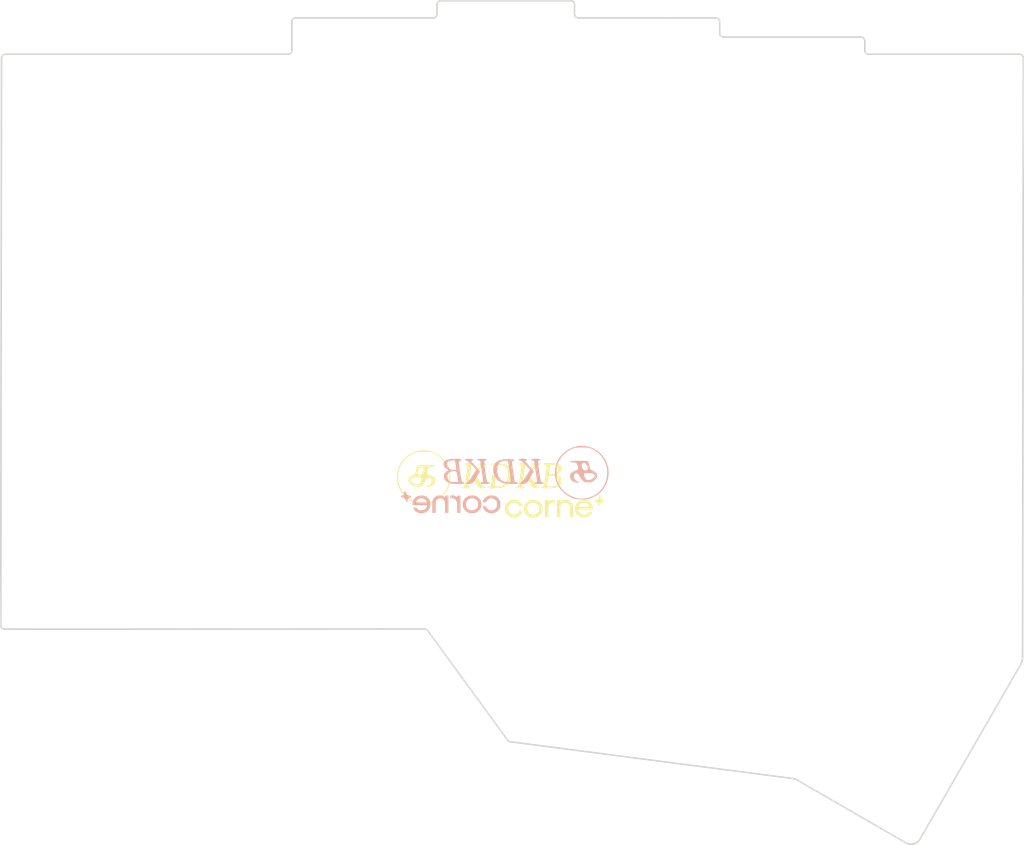
<source format=kicad_pcb>
(kicad_pcb (version 20240108) (generator "pcbnew") (generator_version "8.0")
  (title_block (title "Corne Light plus Backplate") (date "2020-11-12") (rev "2.0") (company "foostan"))
  (layers (0 "F.Cu" signal) (31 "B.Cu" signal) (34 "B.Paste" user) (35 "F.Paste" user) (36 "B.SilkS" user "B.Silkscreen") (37 "F.SilkS" user "F.Silkscreen") (38 "B.Mask" user) (39 "F.Mask" user) (44 "Edge.Cuts" user))
  (net 0 "")
  (footprint "" (layer "F.Cu") (at 31.4625 93.495)
    (property "Reference" "" (at 0 0 0) (layer "F.SilkS") (effects (font (size 1.27 1.27))))
    (property "Value" "")
    (pad "" np_thru_hole circle (at 0 0 180) (size 2.3 2.3) (drill 2.3) (layers "*.Cu" "*.Mask"))
  )
  (footprint "" (layer "F.Cu") (at 74.5125 110.645)
    (property "Reference" "" (at -1.795107 -0.040289 0) (layer "F.SilkS") (effects (font (size 1.27 1.27))))
    (property "Value" "")
    (pad "" np_thru_hole circle (at 0 0 180) (size 2.3 2.3) (drill 2.3) (layers "*.Cu" "*.Mask"))
  )
  (footprint "" (layer "F.Cu") (at 69.4625 48.345)
    (property "Reference" "" (at 0 0 0) (layer "F.SilkS") (effects (font (size 1.27 1.27))))
    (property "Value" "")
    (pad "" np_thru_hole circle (at 0 0 180) (size 2.3 2.3) (drill 2.3) (layers "*.Cu" "*.Mask"))
  )
  (footprint "kdkb_tools:KBKD_name" (layer "F.Cu") (at 84.7125 92.445)
    (property "Reference" "G***" (hide yes))
    (property "Value" "LOGO" (hide yes))
  )
  (footprint "kbd:thread_m2" (layer "F.Cu") (at 120.986568 118.537904)
    (property "Reference" "Ref**" (hide yes))
    (property "Value" "Val**" (hide yes))
    (pad "" np_thru_hole circle (at 0 0) (size 2.3 2.3) (drill 2.3) (layers "*.Cu" "*.Mask"))
  )
  (footprint "" (layer "F.Cu") (at 31.5125 55.445)
    (property "Reference" "" (at 0 0 0) (layer "F.SilkS") (effects (font (size 1.27 1.27))))
    (property "Value" "")
    (pad "" np_thru_hole circle (at 0 0 180) (size 2.3 2.3) (drill 2.3) (layers "*.Cu" "*.Mask"))
  )
  (footprint "" (layer "F.Cu") (at 107.4125 51.945)
    (property "Reference" "" (at 0 0 0) (layer "F.SilkS") (effects (font (size 1.27 1.27))))
    (property "Value" "")
    (pad "" np_thru_hole circle (at 0 0 180) (size 2.3 2.3) (drill 2.3) (layers "*.Cu" "*.Mask"))
  )
  (footprint "" (layer "F.Cu") (at 69.4625 48.345)
    (property "Reference" "" (at 0 0 0) (layer "F.SilkS") (effects (font (size 1.27 1.27))))
    (property "Value" "")
    (pad "" np_thru_hole circle (at 0 0 180) (size 2.3 2.3) (drill 2.3) (layers "*.Cu" "*.Mask"))
  )
  (footprint "kdkb_tools:plus" (layer "F.Cu") (at 91.1125 95.445)
    (property "Reference" "G***" (hide yes))
    (property "Value" "LOGO" (hide yes))
  )
  (footprint "" (layer "F.Cu") (at 50.5125 74.445)
    (property "Reference" "" (at 0 0 0) (layer "F.SilkS") (effects (font (size 1.27 1.27))))
    (property "Value" "")
    (pad "" np_thru_hole circle (at 0 0 180) (size 2.3 2.3) (drill 2.3) (layers "*.Cu" "*.Mask"))
  )
  (footprint "" (layer "F.Cu") (at 69.4625 48.345)
    (property "Reference" "" (at 0 0 0) (layer "F.SilkS") (effects (font (size 1.27 1.27))))
    (property "Value" "")
    (pad "" np_thru_hole circle (at 0 0 180) (size 2.3 2.3) (drill 2.3) (layers "*.Cu" "*.Mask"))
  )
  (footprint "" (layer "F.Cu") (at 31.4625 93.495)
    (property "Reference" "" (at 0 0 0) (layer "F.SilkS") (effects (font (size 1.27 1.27))))
    (property "Value" "")
    (pad "" np_thru_hole circle (at 0 0 180) (size 2.3 2.3) (drill 2.3) (layers "*.Cu" "*.Mask"))
  )
  (footprint "kbd:corne-logo-horizontal" (layer "F.Cu") (at 84.626286 96.545)
    (property "Reference" "G***" (hide yes))
    (property "Value" "LOGO" (hide yes))
  )
  (footprint "" (layer "F.Cu") (at 31.4625 93.495)
    (property "Reference" "" (at 0 0 0) (layer "F.SilkS") (effects (font (size 1.27 1.27))))
    (property "Value" "")
    (pad "" np_thru_hole circle (at 0 0 180) (size 2.3 2.3) (drill 2.3) (layers "*.Cu" "*.Mask"))
  )
  (footprint "kbd:thread_m2" (layer "B.Cu") (at 74.5125 110.645 180)
    (property "Reference" "Ref**" (hide yes))
    (property "Value" "Val**" (hide yes))
    (pad "" np_thru_hole circle (at 0 0 180) (size 2.3 2.3) (drill 2.3) (layers "*.Cu" "*.Mask"))
  )
  (footprint "kbd:thread_m2" (layer "B.Cu") (at 107.4125 51.945 180)
    (property "Reference" "Ref**" (hide yes))
    (property "Value" "Val**" (hide yes))
    (pad "" np_thru_hole circle (at 0 0 180) (size 2.3 2.3) (drill 2.3) (layers "*.Cu" "*.Mask"))
  )
  (footprint "kdkb_tools:plus" (layer "B.Cu") (at 65.811218 94.875593 180)
    (property "Reference" "G***" (hide yes))
    (property "Value" "LOGO" (hide yes))
  )
  (footprint "kbd:thread_m2" (layer "B.Cu") (at 50.5125 74.445 180)
    (property "Reference" "Ref**" (hide yes))
    (property "Value" "Val**" (hide yes))
    (pad "" np_thru_hole circle (at 0 0 180) (size 2.3 2.3) (drill 2.3) (layers "*.Cu" "*.Mask"))
  )
  (footprint "kbd:thread_m2" (layer "B.Cu") (at 31.4625 93.495 180)
    (property "Reference" "Ref**" (hide yes))
    (property "Value" "Val**" (hide yes))
    (pad "" np_thru_hole circle (at 0 0 180) (size 2.3 2.3) (drill 2.3) (layers "*.Cu" "*.Mask"))
  )
  (footprint "kbd:thread_m2" (layer "B.Cu") (at 31.5125 55.445 180)
    (property "Reference" "Ref**" (hide yes))
    (property "Value" "Val**" (hide yes))
    (pad "" np_thru_hole circle (at 0 0 180) (size 2.3 2.3) (drill 2.3) (layers "*.Cu" "*.Mask"))
  )
  (footprint "kbd:corne-logo-horizontal" (layer "B.Cu") (at 72.297432 95.975593 180)
    (property "Reference" "G***" (hide yes))
    (property "Value" "LOGO" (hide yes))
  )
  (footprint "kdkb_tools:KBKD_name" (layer "B.Cu") (at 72.211218 91.875593 180)
    (property "Reference" "G***" (hide yes))
    (property "Value" "LOGO" (hide yes))
  )
  (footprint "" (layer "B.Cu") (at 120.986568 118.537904 180)
    (property "Reference" "" (at 0 0 0) (layer "B.SilkS") (effects (font (size 1.27 1.27)) (justify mirror)))
    (property "Value" "")
    (pad "" np_thru_hole circle (at 0 0) (size 2.3 2.3) (drill 2.3) (layers "*.Cu" "*.Mask"))
  )
  (footprint "kbd:thread_m2" (layer "B.Cu") (at 69.4625 48.345 180)
    (property "Reference" "Ref**" (hide yes))
    (property "Value" "Val**" (hide yes))
    (pad "" np_thru_hole circle (at 0 0 180) (size 2.3 2.3) (drill 2.3) (layers "*.Cu" "*.Mask"))
  )
  (gr_line (start 125.959253 36.781358) (end 126.060853 36.880418) (stroke (width 0.2)) (layer "Edge.Cuts"))
  (gr_line (start 68.61279 112.377582) (end 68.49595 112.291222) (stroke (width 0.2)) (layer "Edge.Cuts"))
  (gr_line (start 87.658631 30.078304) (end 87.529091 30.009724) (stroke (width 0.2)) (layer "Edge.Cuts"))
  (gr_line (start 50.760087 36.778818) (end 50.831207 36.649278) (stroke (width 0.2)) (layer "Edge.Cuts"))
  (gr_line (start 69.360489 32.229682) (end 62.411056 32.229682) (stroke (width 0.2)) (layer "Edge.Cuts"))
  (gr_line (start 88.059951 32.130622) (end 88.19203 32.201742) (stroke (width 0.2)) (layer "Edge.Cuts"))
  (gr_line (start 146.481122 116.231282) (end 146.498902 116.048402) (stroke (width 0.2)) (layer "Edge.Cuts"))
  (gr_line (start 79.420479 126.972407) (end 79.509379 126.980027) (stroke (width 0.2)) (layer "Edge.Cuts"))
  (gr_line (start 88.19203 32.201742) (end 88.35967 32.229682) (stroke (width 0.2)) (layer "Edge.Cuts"))
  (gr_line (start 146.402383 116.551322) (end 146.448102 116.396382) (stroke (width 0.2)) (layer "Edge.Cuts"))
  (gr_line (start 132.257507 140.332794) (end 132.409907 140.281994) (stroke (width 0.2)) (layer "Edge.Cuts"))
  (gr_line (start 133.057606 139.761295) (end 146.283373 116.827657) (stroke (width 0.2)) (layer "Edge.Cuts"))
  (gr_line (start 50.831207 36.649278) (end 50.859147 36.481638) (stroke (width 0.2)) (layer "Edge.Cuts"))
  (gr_line (start 106.360632 32.229682) (end 100.411958 32.229682) (stroke (width 0.2)) (layer "Edge.Cuts"))
  (gr_line (start 50.889627 32.562422) (end 50.859147 32.730062) (stroke (width 0.2)) (layer "Edge.Cuts"))
  (gr_line (start 125.860193 36.479098) (end 125.890673 36.651818) (stroke (width 0.2)) (layer "Edge.Cuts"))
  (gr_line (start 87.358911 29.979244) (end 87.358911 29.979244) (stroke (width 0.2)) (layer "Edge.Cuts"))
  (gr_line (start 87.859291 30.479624) (end 87.831351 30.309444) (stroke (width 0.2)) (layer "Edge.Cuts"))
  (gr_line (start 131.901907 140.378514) (end 132.089867 140.365814) (stroke (width 0.2)) (layer "Edge.Cuts"))
  (gr_line (start 50.358768 36.979478) (end 50.531488 36.951538) (stroke (width 0.2)) (layer "Edge.Cuts"))
  (gr_line (start 116.512062 131.798403) (end 116.339342 131.770463) (stroke (width 0.2)) (layer "Edge.Cuts"))
  (gr_line (start 131.393908 140.279454) (end 131.546307 140.330254) (stroke (width 0.2)) (layer "Edge.Cuts"))
  (gr_line (start 12.859845 112.029602) (end 12.961445 112.131202) (stroke (width 0.2)) (layer "Edge.Cuts"))
  (gr_line (start 107.061672 34.62998) (end 107.191212 34.7011) (stroke (width 0.2)) (layer "Edge.Cuts"))
  (gr_line (start 13.188444 37.009958) (end 13.058905 37.081077) (stroke (width 0.2)) (layer "Edge.Cuts"))
  (gr_line (start 68.49595 112.291222) (end 68.34863 112.237882) (stroke (width 0.2)) (layer "Edge.Cuts"))
  (gr_line (start 132.887056 139.959939) (end 132.983576 139.850719) (stroke (width 0.2)) (layer "Edge.Cuts"))
  (gr_line (start 146.507833 37.180137) (end 146.408773 37.078537) (stroke (width 0.2)) (layer "Edge.Cuts"))
  (gr_line (start 51.359527 32.229682) (end 51.189347 32.260162) (stroke (width 0.2)) (layer "Edge.Cuts"))
  (gr_line (start 68.34863 112.237882) (end 68.25973 112.21) (stroke (width 0.2)) (layer "Edge.Cuts"))
  (gr_line (start 69.860868 31.729303) (end 69.860868 31.729303) (stroke (width 0.2)) (layer "Edge.Cuts"))
  (gr_line (start 12.959845 37.182677) (end 12.888725 37.312217) (stroke (width 0.2)) (layer "Edge.Cuts"))
  (gr_line (start 87.529091 30.009724) (end 87.358911 29.979244) (stroke (width 0.2)) (layer "Edge.Cuts"))
  (gr_line (start 62.411056 32.229682) (end 51.359527 32.229682) (stroke (width 0.2)) (layer "Edge.Cuts"))
  (gr_line (start 69.959928 30.182444) (end 69.888808 30.311984) (stroke (width 0.2)) (layer "Edge.Cuts"))
  (gr_line (start 132.539076 140.219018) (end 132.666076 140.145358) (stroke (width 0.2)) (layer "Edge.Cuts"))
  (gr_line (start 69.860868 30.479624) (end 69.858328 31.729303) (stroke (width 0.2)) (layer "Edge.Cuts"))
  (gr_line (start 70.188528 30.009724) (end 70.058988 30.080844) (stroke (width 0.2)) (layer "Edge.Cuts"))
  (gr_line (start 68.61279 112.377582) (end 79.156319 126.832708) (stroke (width 0.2)) (layer "Edge.Cuts"))
  (gr_line (start 87.889771 31.902023) (end 87.960891 32.031562) (stroke (width 0.2)) (layer "Edge.Cuts"))
  (gr_line (start 87.859291 31.729303) (end 87.859291 30.479624) (stroke (width 0.2)) (layer "Edge.Cuts"))
  (gr_line (start 69.660209 32.130622) (end 69.761809 32.029022) (stroke (width 0.2)) (layer "Edge.Cuts"))
  (gr_line (start 70.058988 30.080844) (end 69.959928 30.182444) (stroke (width 0.2)) (layer "Edge.Cuts"))
  (gr_line (start 88.35967 32.229682) (end 88.35967 32.229682) (stroke (width 0.2)) (layer "Edge.Cuts"))
  (gr_line (start 132.983576 139.850719) (end 133.044536 139.766899) (stroke (width 0.2)) (layer "Edge.Cuts"))
  (gr_line (start 106.759412 32.430342) (end 106.657812 32.328742) (stroke (width 0.2)) (layer "Edge.Cuts"))
  (gr_line (start 146.276693 37.009958) (end 146.109053 36.979478) (stroke (width 0.2)) (layer "Edge.Cuts"))
  (gr_line (start 125.527454 34.75952) (end 125.359814 34.72904) (stroke (width 0.2)) (layer "Edge.Cuts"))
  (gr_line (start 69.888808 30.311984) (end 69.860868 30.479624) (stroke (width 0.2)) (layer "Edge.Cuts"))
  (gr_line (start 146.410373 116.550798) (end 146.458633 116.393318) (stroke (width 0.2)) (layer "Edge.Cuts"))
  (gr_line (start 146.283373 116.827657) (end 146.351953 116.693038) (stroke (width 0.2)) (layer "Edge.Cuts"))
  (gr_line (start 13.261164 112.230262) (end 13.261164 112.230262) (stroke (width 0.2)) (layer "Edge.Cuts"))
  (gr_line (start 146.498902 116.048402) (end 146.501442 115.954422) (stroke (width 0.2)) (layer "Edge.Cuts"))
  (gr_line (start 106.960072 34.53092) (end 107.061672 34.62998) (stroke (width 0.2)) (layer "Edge.Cuts"))
  (gr_line (start 69.860868 30.479624) (end 69.860868 30.479624) (stroke (width 0.2)) (layer "Edge.Cuts"))
  (gr_line (start 126.060853 36.880418) (end 126.190393 36.951538) (stroke (width 0.2)) (layer "Edge.Cuts"))
  (gr_line (start 87.358911 29.979244) (end 70.358708 29.979244) (stroke (width 0.2)) (layer "Edge.Cuts"))
  (gr_line (start 13.058905 37.081077) (end 12.959845 37.182677) (stroke (width 0.2)) (layer "Edge.Cuts"))
  (gr_line (start 68.25973 112.21) (end 62.300896 112.21) (stroke (width 0.2)) (layer "Edge.Cuts"))
  (gr_line (start 146.351953 116.693038) (end 146.410373 116.550798) (stroke (width 0.2)) (layer "Edge.Cuts"))
  (gr_line (start 146.509433 116.040258) (end 146.509433 115.956438) (stroke (width 0.2)) (layer "Edge.Cuts"))
  (gr_line (start 51.059807 32.331282) (end 50.958207 32.432882) (stroke (width 0.2)) (layer "Edge.Cuts"))
  (gr_line (start 106.830532 32.559882) (end 106.759412 32.430342) (stroke (width 0.2)) (layer "Edge.Cuts"))
  (gr_line (start 132.905206 139.951795) (end 132.999186 139.842575) (stroke (width 0.2)) (layer "Edge.Cuts"))
  (gr_line (start 132.246976 140.333318) (end 132.401916 140.282518) (stroke (width 0.2)) (layer "Edge.Cuts"))
  (gr_line (start 132.782916 140.058999) (end 132.887056 139.959939) (stroke (width 0.2)) (layer "Edge.Cuts"))
  (gr_line (start 132.554686 140.215954) (end 132.679146 140.142294) (stroke (width 0.2)) (layer "Edge.Cuts"))
  (gr_line (start 87.859291 31.729303) (end 87.889771 31.902023) (stroke (width 0.2)) (layer "Edge.Cuts"))
  (gr_line (start 13.4725 36.979478) (end 13.188444 37.009958) (stroke (width 0.2)) (layer "Edge.Cuts"))
  (gr_line (start 100.411958 32.229682) (end 88.35967 32.229682) (stroke (width 0.2)) (layer "Edge.Cuts"))
  (gr_line (start 12.860785 37.479857) (end 12.760785 111.729883) (stroke (width 0.2)) (layer "Edge.Cuts"))
  (gr_line (start 79.509379 126.980027) (end 116.179323 131.750143) (stroke (width 0.2)) (layer "Edge.Cuts"))
  (gr_line (start 131.129748 140.142294) (end 131.254208 140.215954) (stroke (width 0.2)) (layer "Edge.Cuts"))
  (gr_line (start 131.246217 140.216478) (end 131.383377 140.279978) (stroke (width 0.2)) (layer "Edge.Cuts"))
  (gr_line (start 132.666076 140.145358) (end 132.782916 140.058999) (stroke (width 0.2)) (layer "Edge.Cuts"))
  (gr_line (start 50.859147 36.481638) (end 50.859147 36.479098) (stroke (width 0.2)) (layer "Edge.Cuts"))
  (gr_line (start 146.609433 37.479857) (end 146.509433 115.956438) (stroke (width 0.2)) (layer "Edge.Cuts"))
  (gr_line (start 131.891377 140.379038) (end 132.079337 140.366338) (stroke (width 0.2)) (layer "Edge.Cuts"))
  (gr_line (start 69.830389 31.899483) (end 69.860868 31.729303) (stroke (width 0.2)) (layer "Edge.Cuts"))
  (gr_line (start 107.191212 34.7011) (end 107.358851 34.72904) (stroke (width 0.2)) (layer "Edge.Cuts"))
  (gr_line (start 70.358708 29.979244) (end 70.188528 30.009724) (stroke (width 0.2)) (layer "Edge.Cuts"))
  (gr_line (start 50.958207 32.432882) (end 50.889627 32.562422) (stroke (width 0.2)) (layer "Edge.Cuts"))
  (gr_line (start 69.761809 32.029022) (end 69.830389 31.899483) (stroke (width 0.2)) (layer "Edge.Cuts"))
  (gr_line (start 126.360573 36.979478) (end 126.360573 36.979478) (stroke (width 0.2)) (layer "Edge.Cuts"))
  (gr_line (start 106.888952 34.40138) (end 106.960072 34.53092) (stroke (width 0.2)) (layer "Edge.Cuts"))
  (gr_line (start 116.834642 131.879683) (end 116.677162 131.836503) (stroke (width 0.2)) (layer "Edge.Cuts"))
  (gr_line (start 116.677162 131.836503) (end 116.512062 131.798403) (stroke (width 0.2)) (layer "Edge.Cuts"))
  (gr_line (start 146.491653 116.225678) (end 146.509433 116.040258) (stroke (width 0.2)) (layer "Edge.Cuts"))
  (gr_line (start 106.861012 34.2312) (end 106.861012 32.730062) (stroke (width 0.2)) (layer "Edge.Cuts"))
  (gr_line (start 116.339342 131.770463) (end 116.179323 131.750143) (stroke (width 0.2)) (layer "Edge.Cuts"))
  (gr_line (start 131.713947 140.365814) (end 131.901907 140.378514) (stroke (width 0.2)) (layer "Edge.Cuts"))
  (gr_line (start 125.359814 34.72904) (end 107.358851 34.72904) (stroke (width 0.2)) (layer "Edge.Cuts"))
  (gr_line (start 125.860193 35.229419) (end 125.829713 35.059239) (stroke (width 0.2)) (layer "Edge.Cuts"))
  (gr_line (start 69.530669 32.201742) (end 69.660209 32.130622) (stroke (width 0.2)) (layer "Edge.Cuts"))
  (gr_line (start 125.890673 36.651818) (end 125.959253 36.781358) (stroke (width 0.2)) (layer "Edge.Cuts"))
  (gr_line (start 146.578953 37.309677) (end 146.507833 37.180137) (stroke (width 0.2)) (layer "Edge.Cuts"))
  (gr_line (start 106.657812 32.328742) (end 106.528272 32.260162) (stroke (width 0.2)) (layer "Edge.Cuts"))
  (gr_line (start 79.156319 126.832708) (end 79.270619 126.919068) (stroke (width 0.2)) (layer "Edge.Cuts"))
  (gr_line (start 146.609433 37.479857) (end 146.578953 37.309677) (stroke (width 0.2)) (layer "Edge.Cuts"))
  (gr_line (start 132.079337 140.366338) (end 132.246976 140.333318) (stroke (width 0.2)) (layer "Edge.Cuts"))
  (gr_line (start 132.679146 140.142294) (end 132.801066 140.048315) (stroke (width 0.2)) (layer "Edge.Cuts"))
  (gr_line (start 132.089867 140.365814) (end 132.257507 140.332794) (stroke (width 0.2)) (layer "Edge.Cuts"))
  (gr_line (start 50.661027 36.880418) (end 50.760087 36.778818) (stroke (width 0.2)) (layer "Edge.Cuts"))
  (gr_line (start 131.546307 140.330254) (end 131.713947 140.365814) (stroke (width 0.2)) (layer "Edge.Cuts"))
  (gr_line (start 132.801066 140.048315) (end 132.905206 139.951795) (stroke (width 0.2)) (layer "Edge.Cuts"))
  (gr_line (start 87.831351 30.309444) (end 87.760231 30.179904) (stroke (width 0.2)) (layer "Edge.Cuts"))
  (gr_line (start 12.961445 112.131202) (end 13.090984 112.199782) (stroke (width 0.2)) (layer "Edge.Cuts"))
  (gr_line (start 146.458633 116.393318) (end 146.491653 116.225678) (stroke (width 0.2)) (layer "Edge.Cuts"))
  (gr_line (start 132.401916 140.282518) (end 132.539076 140.219018) (stroke (width 0.2)) (layer "Edge.Cuts"))
  (gr_line (start 146.341423 116.696102) (end 146.402383 116.551322) (stroke (width 0.2)) (layer "Edge.Cuts"))
  (gr_line (start 79.270619 126.919068) (end 79.420479 126.972407) (stroke (width 0.2)) (layer "Edge.Cuts"))
  (gr_line (start 131.703417 140.363798) (end 131.891377 140.379038) (stroke (width 0.2)) (layer "Edge.Cuts"))
  (gr_line (start 125.758593 34.9297) (end 125.659533 34.83064) (stroke (width 0.2)) (layer "Edge.Cuts"))
  (gr_line (start 131.119218 140.140278) (end 131.246217 140.216478) (stroke (width 0.2)) (layer "Edge.Cuts"))
  (gr_line (start 50.859147 32.730062) (end 50.859147 36.479098) (stroke (width 0.2)) (layer "Edge.Cuts"))
  (gr_line (start 125.860193 35.229419) (end 125.860193 36.479098) (stroke (width 0.2)) (layer "Edge.Cuts"))
  (gr_line (start 106.861012 34.2312) (end 106.888952 34.40138) (stroke (width 0.2)) (layer "Edge.Cuts"))
  (gr_line (start 24.310153 112.235342) (end 62.300896 112.21) (stroke (width 0.2)) (layer "Edge.Cuts"))
  (gr_line (start 50.531488 36.951538) (end 50.661027 36.880418) (stroke (width 0.2)) (layer "Edge.Cuts"))
  (gr_line (start 12.760785 111.729883) (end 12.788725 111.900062) (stroke (width 0.2)) (layer "Edge.Cuts"))
  (gr_line (start 125.829713 35.059239) (end 125.758593 34.9297) (stroke (width 0.2)) (layer "Edge.Cuts"))
  (gr_line (start 125.659533 34.83064) (end 125.527454 34.75952) (stroke (width 0.2)) (layer "Edge.Cuts"))
  (gr_line (start 12.788725 111.900062) (end 12.859845 112.029602) (stroke (width 0.2)) (layer "Edge.Cuts"))
  (gr_line (start 51.189347 32.260162) (end 51.059807 32.331282) (stroke (width 0.2)) (layer "Edge.Cuts"))
  (gr_line (start 12.860785 37.479857) (end 12.860785 37.479857) (stroke (width 0.2)) (layer "Edge.Cuts"))
  (gr_line (start 13.090984 112.199782) (end 13.261164 112.230262) (stroke (width 0.2)) (layer "Edge.Cuts"))
  (gr_line (start 50.358768 36.979478) (end 13.4725 36.979478) (stroke (width 0.2)) (layer "Edge.Cuts"))
  (gr_line (start 69.360489 32.229682) (end 69.530669 32.201742) (stroke (width 0.2)) (layer "Edge.Cuts"))
  (gr_line (start 133.055066 139.766375) (end 133.057606 139.761295) (stroke (width 0.2)) (layer "Edge.Cuts"))
  (gr_line (start 131.254208 140.215954) (end 131.393908 140.279454) (stroke (width 0.2)) (layer "Edge.Cuts"))
  (gr_line (start 116.834642 131.879683) (end 131.129748 140.142294) (stroke (width 0.2)) (layer "Edge.Cuts"))
  (gr_line (start 87.760231 30.179904) (end 87.658631 30.078304) (stroke (width 0.2)) (layer "Edge.Cuts"))
  (gr_line (start 131.535777 140.330778) (end 131.703417 140.363798) (stroke (width 0.2)) (layer "Edge.Cuts"))
  (gr_line (start 146.272843 116.828181) (end 146.341423 116.696102) (stroke (width 0.2)) (layer "Edge.Cuts"))
  (gr_line (start 132.409907 140.281994) (end 132.554686 140.215954) (stroke (width 0.2)) (layer "Edge.Cuts"))
  (gr_line (start 133.044536 139.766899) (end 133.049616 139.761819) (stroke (width 0.2)) (layer "Edge.Cuts"))
  (gr_line (start 146.408773 37.078537) (end 146.276693 37.009958) (stroke (width 0.2)) (layer "Edge.Cuts"))
  (gr_line (start 146.109053 36.979478) (end 126.360573 36.979478) (stroke (width 0.2)) (layer "Edge.Cuts"))
  (gr_line (start 24.310153 112.235342) (end 13.261164 112.230262) (stroke (width 0.2)) (layer "Edge.Cuts"))
  (gr_line (start 132.999186 139.842575) (end 133.055066 139.766375) (stroke (width 0.2)) (layer "Edge.Cuts"))
  (gr_line (start 131.383377 140.279978) (end 131.535777 140.330778) (stroke (width 0.2)) (layer "Edge.Cuts"))
  (gr_line (start 106.861012 32.730062) (end 106.830532 32.559882) (stroke (width 0.2)) (layer "Edge.Cuts"))
  (gr_line (start 12.888725 37.312217) (end 12.860785 37.479857) (stroke (width 0.2)) (layer "Edge.Cuts"))
  (gr_line (start 146.448102 116.396382) (end 146.481122 116.231282) (stroke (width 0.2)) (layer "Edge.Cuts"))
  (gr_line (start 126.190393 36.951538) (end 126.360573 36.979478) (stroke (width 0.2)) (layer "Edge.Cuts"))
  (gr_line (start 106.528272 32.260162) (end 106.360632 32.229682) (stroke (width 0.2)) (layer "Edge.Cuts"))
  (gr_line (start 87.960891 32.031562) (end 88.059951 32.130622) (stroke (width 0.2)) (layer "Edge.Cuts"))
)
</source>
